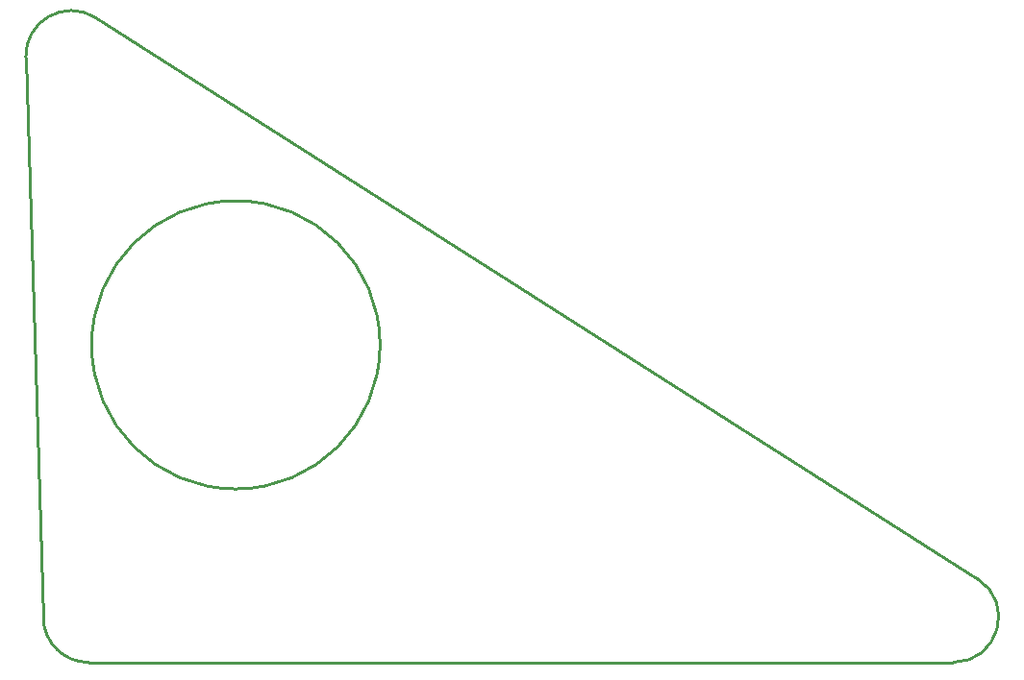
<source format=gm1>
G04 #@! TF.GenerationSoftware,KiCad,Pcbnew,(6.0.0)*
G04 #@! TF.CreationDate,2022-02-12T02:05:42-05:00*
G04 #@! TF.ProjectId,FalconRHS,46616c63-6f6e-4524-9853-2e6b69636164,1A*
G04 #@! TF.SameCoordinates,Original*
G04 #@! TF.FileFunction,Profile,NP*
%FSLAX46Y46*%
G04 Gerber Fmt 4.6, Leading zero omitted, Abs format (unit mm)*
G04 Created by KiCad (PCBNEW (6.0.0)) date 2022-02-12 02:05:42*
%MOMM*%
%LPD*%
G01*
G04 APERTURE LIST*
G04 #@! TA.AperFunction,Profile*
%ADD10C,0.250000*%
G04 #@! TD*
G04 APERTURE END LIST*
D10*
X109612274Y-71161561D02*
X187277108Y-120626171D01*
X134661466Y-100011804D02*
G75*
G03*
X134661466Y-100011804I-12700000J0D01*
G01*
X185128322Y-128000000D02*
X109000001Y-127999999D01*
X105001929Y-124124191D02*
G75*
G03*
X109000001Y-127999999I3998073J124193D01*
G01*
X109612274Y-71161561D02*
G75*
G03*
X103465416Y-74659581I-2148786J-3373829D01*
G01*
X185128322Y-128000000D02*
G75*
G03*
X187277108Y-120626171I0J4000000D01*
G01*
X105001929Y-124124191D02*
X103465416Y-74659581D01*
M02*

</source>
